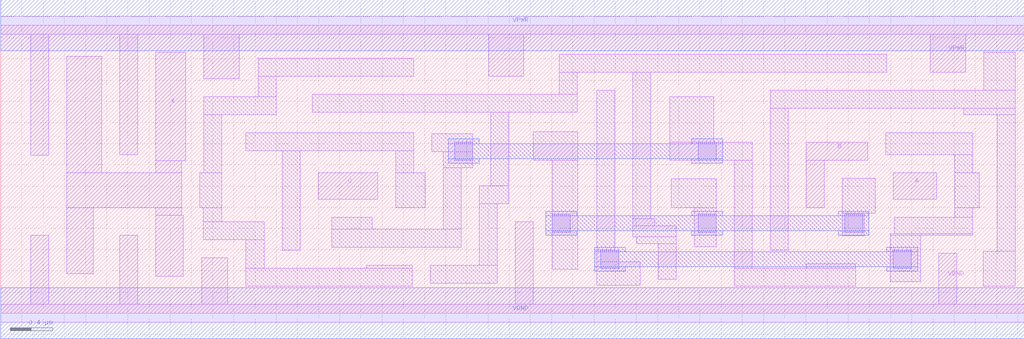
<source format=lef>
# Copyright 2020 The SkyWater PDK Authors
#
# Licensed under the Apache License, Version 2.0 (the "License");
# you may not use this file except in compliance with the License.
# You may obtain a copy of the License at
#
#     https://www.apache.org/licenses/LICENSE-2.0
#
# Unless required by applicable law or agreed to in writing, software
# distributed under the License is distributed on an "AS IS" BASIS,
# WITHOUT WARRANTIES OR CONDITIONS OF ANY KIND, either express or implied.
# See the License for the specific language governing permissions and
# limitations under the License.
#
# SPDX-License-Identifier: Apache-2.0

VERSION 5.5 ;
NAMESCASESENSITIVE ON ;
BUSBITCHARS "[]" ;
DIVIDERCHAR "/" ;
MACRO sky130_fd_sc_hd__xnor3_4
  CLASS CORE ;
  SOURCE USER ;
  ORIGIN  0.000000  0.000000 ;
  SIZE  9.660000 BY  2.720000 ;
  SYMMETRY X Y R90 ;
  SITE unithd ;
  PIN A
    ANTENNAGATEAREA  0.246000 ;
    DIRECTION INPUT ;
    USE SIGNAL ;
    PORT
      LAYER li1 ;
        RECT 8.425000 1.075000 8.835000 1.325000 ;
    END
  END A
  PIN B
    ANTENNAGATEAREA  0.661500 ;
    DIRECTION INPUT ;
    USE SIGNAL ;
    PORT
      LAYER li1 ;
        RECT 7.605000 0.995000 7.775000 1.445000 ;
        RECT 7.605000 1.445000 8.185000 1.615000 ;
    END
  END B
  PIN C
    ANTENNAGATEAREA  0.381000 ;
    DIRECTION INPUT ;
    USE SIGNAL ;
    PORT
      LAYER li1 ;
        RECT 2.995000 1.075000 3.560000 1.325000 ;
    END
  END C
  PIN X
    ANTENNADIFFAREA  0.891000 ;
    DIRECTION OUTPUT ;
    USE SIGNAL ;
    PORT
      LAYER li1 ;
        RECT 0.625000 0.375000 0.875000 0.995000 ;
        RECT 0.625000 0.995000 1.710000 1.325000 ;
        RECT 0.625000 1.325000 0.955000 2.425000 ;
        RECT 1.465000 0.350000 1.725000 0.925000 ;
        RECT 1.465000 0.925000 1.710000 0.995000 ;
        RECT 1.465000 1.325000 1.710000 1.440000 ;
        RECT 1.465000 1.440000 1.745000 2.465000 ;
    END
  END X
  PIN VGND
    DIRECTION INOUT ;
    SHAPE ABUTMENT ;
    USE GROUND ;
    PORT
      LAYER li1 ;
        RECT 0.000000 -0.085000 9.660000 0.085000 ;
        RECT 0.285000  0.085000 0.455000 0.735000 ;
        RECT 1.125000  0.085000 1.295000 0.735000 ;
        RECT 1.895000  0.085000 2.145000 0.525000 ;
        RECT 4.855000  0.085000 5.025000 0.865000 ;
        RECT 8.855000  0.085000 9.025000 0.565000 ;
    END
    PORT
      LAYER met1 ;
        RECT 0.000000 -0.240000 9.660000 0.240000 ;
    END
  END VGND
  PIN VPWR
    DIRECTION INOUT ;
    SHAPE ABUTMENT ;
    USE POWER ;
    PORT
      LAYER li1 ;
        RECT 0.000000 2.635000 9.660000 2.805000 ;
        RECT 0.285000 1.490000 0.455000 2.635000 ;
        RECT 1.125000 1.495000 1.295000 2.635000 ;
        RECT 1.915000 2.215000 2.250000 2.635000 ;
        RECT 4.605000 2.235000 4.935000 2.635000 ;
        RECT 8.775000 2.275000 9.110000 2.635000 ;
    END
    PORT
      LAYER met1 ;
        RECT 0.000000 2.480000 9.660000 2.960000 ;
    END
  END VPWR
  OBS
    LAYER li1 ;
      RECT 1.880000 0.995000 2.085000 1.325000 ;
      RECT 1.910000 0.695000 2.485000 0.865000 ;
      RECT 1.910000 0.865000 2.085000 0.995000 ;
      RECT 1.915000 1.325000 2.085000 1.875000 ;
      RECT 1.915000 1.875000 2.600000 2.045000 ;
      RECT 2.315000 0.255000 3.885000 0.425000 ;
      RECT 2.315000 0.425000 2.485000 0.695000 ;
      RECT 2.315000 1.535000 3.900000 1.705000 ;
      RECT 2.430000 2.045000 2.600000 2.235000 ;
      RECT 2.430000 2.235000 3.900000 2.405000 ;
      RECT 2.655000 0.595000 2.825000 1.535000 ;
      RECT 2.940000 1.895000 5.440000 2.065000 ;
      RECT 3.125000 0.625000 4.345000 0.795000 ;
      RECT 3.125000 0.795000 3.505000 0.905000 ;
      RECT 3.450000 0.425000 3.885000 0.455000 ;
      RECT 3.730000 0.995000 4.005000 1.325000 ;
      RECT 3.730000 1.325000 3.900000 1.535000 ;
      RECT 4.055000 0.285000 4.685000 0.455000 ;
      RECT 4.070000 1.525000 4.455000 1.695000 ;
      RECT 4.175000 0.795000 4.345000 1.375000 ;
      RECT 4.175000 1.375000 4.455000 1.525000 ;
      RECT 4.515000 0.455000 4.685000 1.035000 ;
      RECT 4.515000 1.035000 4.795000 1.205000 ;
      RECT 4.625000 1.205000 4.795000 1.895000 ;
      RECT 5.025000 1.445000 5.445000 1.715000 ;
      RECT 5.205000 0.415000 5.445000 1.445000 ;
      RECT 5.270000 2.065000 5.440000 2.275000 ;
      RECT 5.270000 2.275000 8.365000 2.445000 ;
      RECT 5.625000 0.265000 6.035000 0.485000 ;
      RECT 5.625000 0.485000 5.835000 0.595000 ;
      RECT 5.625000 0.595000 5.795000 2.105000 ;
      RECT 5.965000 0.720000 6.375000 0.825000 ;
      RECT 5.965000 0.825000 6.175000 0.890000 ;
      RECT 5.965000 0.890000 6.135000 2.275000 ;
      RECT 6.005000 0.655000 6.375000 0.720000 ;
      RECT 6.205000 0.320000 6.375000 0.655000 ;
      RECT 6.315000 1.445000 7.095000 1.615000 ;
      RECT 6.315000 1.615000 6.730000 2.045000 ;
      RECT 6.330000 0.995000 6.755000 1.270000 ;
      RECT 6.545000 0.630000 6.755000 0.995000 ;
      RECT 6.925000 0.255000 8.070000 0.425000 ;
      RECT 6.925000 0.425000 7.095000 1.445000 ;
      RECT 7.265000 0.595000 7.435000 1.935000 ;
      RECT 7.265000 1.935000 9.575000 2.105000 ;
      RECT 7.605000 0.425000 8.070000 0.465000 ;
      RECT 7.945000 0.730000 8.150000 0.945000 ;
      RECT 7.945000 0.945000 8.255000 1.275000 ;
      RECT 8.355000 1.495000 9.175000 1.705000 ;
      RECT 8.395000 0.295000 8.685000 0.735000 ;
      RECT 8.395000 0.735000 9.175000 0.750000 ;
      RECT 8.435000 0.750000 9.175000 0.905000 ;
      RECT 9.005000 0.905000 9.175000 0.995000 ;
      RECT 9.005000 0.995000 9.235000 1.325000 ;
      RECT 9.005000 1.325000 9.175000 1.495000 ;
      RECT 9.090000 1.875000 9.575000 1.935000 ;
      RECT 9.275000 0.255000 9.575000 0.585000 ;
      RECT 9.280000 2.105000 9.575000 2.465000 ;
      RECT 9.405000 0.585000 9.575000 1.875000 ;
    LAYER mcon ;
      RECT 4.285000 1.445000 4.455000 1.615000 ;
      RECT 5.205000 0.765000 5.375000 0.935000 ;
      RECT 5.665000 0.425000 5.835000 0.595000 ;
      RECT 6.585000 0.765000 6.755000 0.935000 ;
      RECT 6.585000 1.445000 6.755000 1.615000 ;
      RECT 7.965000 0.765000 8.135000 0.935000 ;
      RECT 8.425000 0.425000 8.595000 0.595000 ;
    LAYER met1 ;
      RECT 4.225000 1.415000 4.515000 1.460000 ;
      RECT 4.225000 1.460000 6.815000 1.600000 ;
      RECT 4.225000 1.600000 4.515000 1.645000 ;
      RECT 5.145000 0.735000 5.435000 0.780000 ;
      RECT 5.145000 0.780000 8.195000 0.920000 ;
      RECT 5.145000 0.920000 5.435000 0.965000 ;
      RECT 5.605000 0.395000 5.895000 0.440000 ;
      RECT 5.605000 0.440000 8.655000 0.580000 ;
      RECT 5.605000 0.580000 5.895000 0.625000 ;
      RECT 6.525000 0.735000 6.815000 0.780000 ;
      RECT 6.525000 0.920000 6.815000 0.965000 ;
      RECT 6.525000 1.415000 6.815000 1.460000 ;
      RECT 6.525000 1.600000 6.815000 1.645000 ;
      RECT 7.905000 0.735000 8.195000 0.780000 ;
      RECT 7.905000 0.920000 8.195000 0.965000 ;
      RECT 8.365000 0.395000 8.655000 0.440000 ;
      RECT 8.365000 0.580000 8.655000 0.625000 ;
  END
END sky130_fd_sc_hd__xnor3_4
END LIBRARY

</source>
